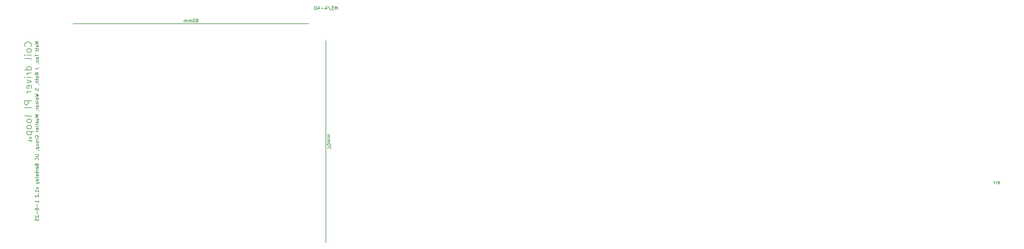
<source format=gbo>
G04 #@! TF.GenerationSoftware,KiCad,Pcbnew,8.0.7*
G04 #@! TF.CreationDate,2025-01-07T02:15:50-08:00*
G04 #@! TF.ProjectId,standalone_pi_loop,7374616e-6461-46c6-9f6e-655f70695f6c,rev?*
G04 #@! TF.SameCoordinates,Original*
G04 #@! TF.FileFunction,Legend,Bot*
G04 #@! TF.FilePolarity,Positive*
%FSLAX46Y46*%
G04 Gerber Fmt 4.6, Leading zero omitted, Abs format (unit mm)*
G04 Created by KiCad (PCBNEW 8.0.7) date 2025-01-07 02:15:50*
%MOMM*%
%LPD*%
G01*
G04 APERTURE LIST*
G04 Aperture macros list*
%AMRoundRect*
0 Rectangle with rounded corners*
0 $1 Rounding radius*
0 $2 $3 $4 $5 $6 $7 $8 $9 X,Y pos of 4 corners*
0 Add a 4 corners polygon primitive as box body*
4,1,4,$2,$3,$4,$5,$6,$7,$8,$9,$2,$3,0*
0 Add four circle primitives for the rounded corners*
1,1,$1+$1,$2,$3*
1,1,$1+$1,$4,$5*
1,1,$1+$1,$6,$7*
1,1,$1+$1,$8,$9*
0 Add four rect primitives between the rounded corners*
20,1,$1+$1,$2,$3,$4,$5,0*
20,1,$1+$1,$4,$5,$6,$7,0*
20,1,$1+$1,$6,$7,$8,$9,0*
20,1,$1+$1,$8,$9,$2,$3,0*%
G04 Aperture macros list end*
%ADD10C,0.150000*%
%ADD11C,1.600000*%
%ADD12R,1.500000X5.080000*%
%ADD13C,1.440000*%
%ADD14RoundRect,0.249999X-1.025001X-1.025001X1.025001X-1.025001X1.025001X1.025001X-1.025001X1.025001X0*%
%ADD15C,2.550000*%
%ADD16RoundRect,0.250000X0.265000X0.615000X-0.265000X0.615000X-0.265000X-0.615000X0.265000X-0.615000X0*%
%ADD17O,1.030000X1.730000*%
%ADD18O,1.600000X1.600000*%
%ADD19R,1.700000X1.700000*%
%ADD20O,1.700000X1.700000*%
%ADD21C,3.200000*%
%ADD22R,2.400000X1.600000*%
%ADD23O,2.400000X1.600000*%
G04 APERTURE END LIST*
D10*
X190000000Y-70000000D02*
X190000000Y-130000000D01*
X115000000Y-65000000D02*
X185000000Y-65000000D01*
X389048571Y-112482200D02*
X389143809Y-112529819D01*
X389143809Y-112529819D02*
X389334285Y-112529819D01*
X389334285Y-112529819D02*
X389429523Y-112482200D01*
X389429523Y-112482200D02*
X389477142Y-112386961D01*
X389477142Y-112386961D02*
X389477142Y-112006009D01*
X389477142Y-112006009D02*
X389429523Y-111910771D01*
X389429523Y-111910771D02*
X389334285Y-111863152D01*
X389334285Y-111863152D02*
X389143809Y-111863152D01*
X389143809Y-111863152D02*
X389048571Y-111910771D01*
X389048571Y-111910771D02*
X389000952Y-112006009D01*
X389000952Y-112006009D02*
X389000952Y-112101247D01*
X389000952Y-112101247D02*
X389477142Y-112196485D01*
X388572380Y-112529819D02*
X388572380Y-111863152D01*
X388572380Y-112053628D02*
X388524761Y-111958390D01*
X388524761Y-111958390D02*
X388477142Y-111910771D01*
X388477142Y-111910771D02*
X388381904Y-111863152D01*
X388381904Y-111863152D02*
X388286666Y-111863152D01*
X387953332Y-112529819D02*
X387953332Y-111863152D01*
X387953332Y-112053628D02*
X387905713Y-111958390D01*
X387905713Y-111958390D02*
X387858094Y-111910771D01*
X387858094Y-111910771D02*
X387762856Y-111863152D01*
X387762856Y-111863152D02*
X387667618Y-111863152D01*
X102203152Y-98641541D02*
X102869819Y-98879636D01*
X102869819Y-98879636D02*
X102203152Y-99117731D01*
X102869819Y-100022493D02*
X102869819Y-99451065D01*
X102869819Y-99736779D02*
X101869819Y-99736779D01*
X101869819Y-99736779D02*
X102012676Y-99641541D01*
X102012676Y-99641541D02*
X102107914Y-99546303D01*
X102107914Y-99546303D02*
X102155533Y-99451065D01*
X102556961Y-71717731D02*
X102652200Y-71622493D01*
X102652200Y-71622493D02*
X102747438Y-71336779D01*
X102747438Y-71336779D02*
X102747438Y-71146303D01*
X102747438Y-71146303D02*
X102652200Y-70860588D01*
X102652200Y-70860588D02*
X102461723Y-70670112D01*
X102461723Y-70670112D02*
X102271247Y-70574874D01*
X102271247Y-70574874D02*
X101890295Y-70479636D01*
X101890295Y-70479636D02*
X101604580Y-70479636D01*
X101604580Y-70479636D02*
X101223628Y-70574874D01*
X101223628Y-70574874D02*
X101033152Y-70670112D01*
X101033152Y-70670112D02*
X100842676Y-70860588D01*
X100842676Y-70860588D02*
X100747438Y-71146303D01*
X100747438Y-71146303D02*
X100747438Y-71336779D01*
X100747438Y-71336779D02*
X100842676Y-71622493D01*
X100842676Y-71622493D02*
X100937914Y-71717731D01*
X102747438Y-72860588D02*
X102652200Y-72670112D01*
X102652200Y-72670112D02*
X102556961Y-72574874D01*
X102556961Y-72574874D02*
X102366485Y-72479636D01*
X102366485Y-72479636D02*
X101795057Y-72479636D01*
X101795057Y-72479636D02*
X101604580Y-72574874D01*
X101604580Y-72574874D02*
X101509342Y-72670112D01*
X101509342Y-72670112D02*
X101414104Y-72860588D01*
X101414104Y-72860588D02*
X101414104Y-73146303D01*
X101414104Y-73146303D02*
X101509342Y-73336779D01*
X101509342Y-73336779D02*
X101604580Y-73432017D01*
X101604580Y-73432017D02*
X101795057Y-73527255D01*
X101795057Y-73527255D02*
X102366485Y-73527255D01*
X102366485Y-73527255D02*
X102556961Y-73432017D01*
X102556961Y-73432017D02*
X102652200Y-73336779D01*
X102652200Y-73336779D02*
X102747438Y-73146303D01*
X102747438Y-73146303D02*
X102747438Y-72860588D01*
X102747438Y-74384398D02*
X101414104Y-74384398D01*
X100747438Y-74384398D02*
X100842676Y-74289160D01*
X100842676Y-74289160D02*
X100937914Y-74384398D01*
X100937914Y-74384398D02*
X100842676Y-74479636D01*
X100842676Y-74479636D02*
X100747438Y-74384398D01*
X100747438Y-74384398D02*
X100937914Y-74384398D01*
X102747438Y-75622493D02*
X102652200Y-75432017D01*
X102652200Y-75432017D02*
X102461723Y-75336779D01*
X102461723Y-75336779D02*
X100747438Y-75336779D01*
X102747438Y-78765351D02*
X100747438Y-78765351D01*
X102652200Y-78765351D02*
X102747438Y-78574875D01*
X102747438Y-78574875D02*
X102747438Y-78193922D01*
X102747438Y-78193922D02*
X102652200Y-78003446D01*
X102652200Y-78003446D02*
X102556961Y-77908208D01*
X102556961Y-77908208D02*
X102366485Y-77812970D01*
X102366485Y-77812970D02*
X101795057Y-77812970D01*
X101795057Y-77812970D02*
X101604580Y-77908208D01*
X101604580Y-77908208D02*
X101509342Y-78003446D01*
X101509342Y-78003446D02*
X101414104Y-78193922D01*
X101414104Y-78193922D02*
X101414104Y-78574875D01*
X101414104Y-78574875D02*
X101509342Y-78765351D01*
X102747438Y-79717732D02*
X101414104Y-79717732D01*
X101795057Y-79717732D02*
X101604580Y-79812970D01*
X101604580Y-79812970D02*
X101509342Y-79908208D01*
X101509342Y-79908208D02*
X101414104Y-80098684D01*
X101414104Y-80098684D02*
X101414104Y-80289161D01*
X102747438Y-80955827D02*
X101414104Y-80955827D01*
X100747438Y-80955827D02*
X100842676Y-80860589D01*
X100842676Y-80860589D02*
X100937914Y-80955827D01*
X100937914Y-80955827D02*
X100842676Y-81051065D01*
X100842676Y-81051065D02*
X100747438Y-80955827D01*
X100747438Y-80955827D02*
X100937914Y-80955827D01*
X101414104Y-81717732D02*
X102747438Y-82193922D01*
X102747438Y-82193922D02*
X101414104Y-82670113D01*
X102652200Y-84193923D02*
X102747438Y-84003447D01*
X102747438Y-84003447D02*
X102747438Y-83622494D01*
X102747438Y-83622494D02*
X102652200Y-83432018D01*
X102652200Y-83432018D02*
X102461723Y-83336780D01*
X102461723Y-83336780D02*
X101699819Y-83336780D01*
X101699819Y-83336780D02*
X101509342Y-83432018D01*
X101509342Y-83432018D02*
X101414104Y-83622494D01*
X101414104Y-83622494D02*
X101414104Y-84003447D01*
X101414104Y-84003447D02*
X101509342Y-84193923D01*
X101509342Y-84193923D02*
X101699819Y-84289161D01*
X101699819Y-84289161D02*
X101890295Y-84289161D01*
X101890295Y-84289161D02*
X102080771Y-83336780D01*
X102747438Y-85146304D02*
X101414104Y-85146304D01*
X101795057Y-85146304D02*
X101604580Y-85241542D01*
X101604580Y-85241542D02*
X101509342Y-85336780D01*
X101509342Y-85336780D02*
X101414104Y-85527256D01*
X101414104Y-85527256D02*
X101414104Y-85717733D01*
X102747438Y-87908209D02*
X100747438Y-87908209D01*
X100747438Y-87908209D02*
X100747438Y-88670114D01*
X100747438Y-88670114D02*
X100842676Y-88860590D01*
X100842676Y-88860590D02*
X100937914Y-88955828D01*
X100937914Y-88955828D02*
X101128390Y-89051066D01*
X101128390Y-89051066D02*
X101414104Y-89051066D01*
X101414104Y-89051066D02*
X101604580Y-88955828D01*
X101604580Y-88955828D02*
X101699819Y-88860590D01*
X101699819Y-88860590D02*
X101795057Y-88670114D01*
X101795057Y-88670114D02*
X101795057Y-87908209D01*
X102747438Y-89908209D02*
X100747438Y-89908209D01*
X102747438Y-92670114D02*
X102652200Y-92479638D01*
X102652200Y-92479638D02*
X102461723Y-92384400D01*
X102461723Y-92384400D02*
X100747438Y-92384400D01*
X102747438Y-93717733D02*
X102652200Y-93527257D01*
X102652200Y-93527257D02*
X102556961Y-93432019D01*
X102556961Y-93432019D02*
X102366485Y-93336781D01*
X102366485Y-93336781D02*
X101795057Y-93336781D01*
X101795057Y-93336781D02*
X101604580Y-93432019D01*
X101604580Y-93432019D02*
X101509342Y-93527257D01*
X101509342Y-93527257D02*
X101414104Y-93717733D01*
X101414104Y-93717733D02*
X101414104Y-94003448D01*
X101414104Y-94003448D02*
X101509342Y-94193924D01*
X101509342Y-94193924D02*
X101604580Y-94289162D01*
X101604580Y-94289162D02*
X101795057Y-94384400D01*
X101795057Y-94384400D02*
X102366485Y-94384400D01*
X102366485Y-94384400D02*
X102556961Y-94289162D01*
X102556961Y-94289162D02*
X102652200Y-94193924D01*
X102652200Y-94193924D02*
X102747438Y-94003448D01*
X102747438Y-94003448D02*
X102747438Y-93717733D01*
X102747438Y-95527257D02*
X102652200Y-95336781D01*
X102652200Y-95336781D02*
X102556961Y-95241543D01*
X102556961Y-95241543D02*
X102366485Y-95146305D01*
X102366485Y-95146305D02*
X101795057Y-95146305D01*
X101795057Y-95146305D02*
X101604580Y-95241543D01*
X101604580Y-95241543D02*
X101509342Y-95336781D01*
X101509342Y-95336781D02*
X101414104Y-95527257D01*
X101414104Y-95527257D02*
X101414104Y-95812972D01*
X101414104Y-95812972D02*
X101509342Y-96003448D01*
X101509342Y-96003448D02*
X101604580Y-96098686D01*
X101604580Y-96098686D02*
X101795057Y-96193924D01*
X101795057Y-96193924D02*
X102366485Y-96193924D01*
X102366485Y-96193924D02*
X102556961Y-96098686D01*
X102556961Y-96098686D02*
X102652200Y-96003448D01*
X102652200Y-96003448D02*
X102747438Y-95812972D01*
X102747438Y-95812972D02*
X102747438Y-95527257D01*
X101414104Y-97051067D02*
X103414104Y-97051067D01*
X101509342Y-97051067D02*
X101414104Y-97241543D01*
X101414104Y-97241543D02*
X101414104Y-97622496D01*
X101414104Y-97622496D02*
X101509342Y-97812972D01*
X101509342Y-97812972D02*
X101604580Y-97908210D01*
X101604580Y-97908210D02*
X101795057Y-98003448D01*
X101795057Y-98003448D02*
X102366485Y-98003448D01*
X102366485Y-98003448D02*
X102556961Y-97908210D01*
X102556961Y-97908210D02*
X102652200Y-97812972D01*
X102652200Y-97812972D02*
X102747438Y-97622496D01*
X102747438Y-97622496D02*
X102747438Y-97241543D01*
X102747438Y-97241543D02*
X102652200Y-97051067D01*
X104869819Y-70336779D02*
X103869819Y-70336779D01*
X103869819Y-70336779D02*
X104584104Y-70670112D01*
X104584104Y-70670112D02*
X103869819Y-71003445D01*
X103869819Y-71003445D02*
X104869819Y-71003445D01*
X104869819Y-71908207D02*
X104346009Y-71908207D01*
X104346009Y-71908207D02*
X104250771Y-71860588D01*
X104250771Y-71860588D02*
X104203152Y-71765350D01*
X104203152Y-71765350D02*
X104203152Y-71574874D01*
X104203152Y-71574874D02*
X104250771Y-71479636D01*
X104822200Y-71908207D02*
X104869819Y-71812969D01*
X104869819Y-71812969D02*
X104869819Y-71574874D01*
X104869819Y-71574874D02*
X104822200Y-71479636D01*
X104822200Y-71479636D02*
X104726961Y-71432017D01*
X104726961Y-71432017D02*
X104631723Y-71432017D01*
X104631723Y-71432017D02*
X104536485Y-71479636D01*
X104536485Y-71479636D02*
X104488866Y-71574874D01*
X104488866Y-71574874D02*
X104488866Y-71812969D01*
X104488866Y-71812969D02*
X104441247Y-71908207D01*
X104203152Y-72241541D02*
X104203152Y-72622493D01*
X103869819Y-72384398D02*
X104726961Y-72384398D01*
X104726961Y-72384398D02*
X104822200Y-72432017D01*
X104822200Y-72432017D02*
X104869819Y-72527255D01*
X104869819Y-72527255D02*
X104869819Y-72622493D01*
X104203152Y-72812970D02*
X104203152Y-73193922D01*
X103869819Y-72955827D02*
X104726961Y-72955827D01*
X104726961Y-72955827D02*
X104822200Y-73003446D01*
X104822200Y-73003446D02*
X104869819Y-73098684D01*
X104869819Y-73098684D02*
X104869819Y-73193922D01*
X103869819Y-74146304D02*
X103869819Y-74717732D01*
X104869819Y-74432018D02*
X103869819Y-74432018D01*
X104869819Y-75479637D02*
X104346009Y-75479637D01*
X104346009Y-75479637D02*
X104250771Y-75432018D01*
X104250771Y-75432018D02*
X104203152Y-75336780D01*
X104203152Y-75336780D02*
X104203152Y-75146304D01*
X104203152Y-75146304D02*
X104250771Y-75051066D01*
X104822200Y-75479637D02*
X104869819Y-75384399D01*
X104869819Y-75384399D02*
X104869819Y-75146304D01*
X104869819Y-75146304D02*
X104822200Y-75051066D01*
X104822200Y-75051066D02*
X104726961Y-75003447D01*
X104726961Y-75003447D02*
X104631723Y-75003447D01*
X104631723Y-75003447D02*
X104536485Y-75051066D01*
X104536485Y-75051066D02*
X104488866Y-75146304D01*
X104488866Y-75146304D02*
X104488866Y-75384399D01*
X104488866Y-75384399D02*
X104441247Y-75479637D01*
X104869819Y-76098685D02*
X104822200Y-76003447D01*
X104822200Y-76003447D02*
X104774580Y-75955828D01*
X104774580Y-75955828D02*
X104679342Y-75908209D01*
X104679342Y-75908209D02*
X104393628Y-75908209D01*
X104393628Y-75908209D02*
X104298390Y-75955828D01*
X104298390Y-75955828D02*
X104250771Y-76003447D01*
X104250771Y-76003447D02*
X104203152Y-76098685D01*
X104203152Y-76098685D02*
X104203152Y-76241542D01*
X104203152Y-76241542D02*
X104250771Y-76336780D01*
X104250771Y-76336780D02*
X104298390Y-76384399D01*
X104298390Y-76384399D02*
X104393628Y-76432018D01*
X104393628Y-76432018D02*
X104679342Y-76432018D01*
X104679342Y-76432018D02*
X104774580Y-76384399D01*
X104774580Y-76384399D02*
X104822200Y-76336780D01*
X104822200Y-76336780D02*
X104869819Y-76241542D01*
X104869819Y-76241542D02*
X104869819Y-76098685D01*
X104822200Y-76908209D02*
X104869819Y-76908209D01*
X104869819Y-76908209D02*
X104965057Y-76860590D01*
X104965057Y-76860590D02*
X105012676Y-76812971D01*
X103869819Y-78384399D02*
X104584104Y-78384399D01*
X104584104Y-78384399D02*
X104726961Y-78336780D01*
X104726961Y-78336780D02*
X104822200Y-78241542D01*
X104822200Y-78241542D02*
X104869819Y-78098685D01*
X104869819Y-78098685D02*
X104869819Y-78003447D01*
X104869819Y-80193923D02*
X104393628Y-79860590D01*
X104869819Y-79622495D02*
X103869819Y-79622495D01*
X103869819Y-79622495D02*
X103869819Y-80003447D01*
X103869819Y-80003447D02*
X103917438Y-80098685D01*
X103917438Y-80098685D02*
X103965057Y-80146304D01*
X103965057Y-80146304D02*
X104060295Y-80193923D01*
X104060295Y-80193923D02*
X104203152Y-80193923D01*
X104203152Y-80193923D02*
X104298390Y-80146304D01*
X104298390Y-80146304D02*
X104346009Y-80098685D01*
X104346009Y-80098685D02*
X104393628Y-80003447D01*
X104393628Y-80003447D02*
X104393628Y-79622495D01*
X104869819Y-80765352D02*
X104822200Y-80670114D01*
X104822200Y-80670114D02*
X104774580Y-80622495D01*
X104774580Y-80622495D02*
X104679342Y-80574876D01*
X104679342Y-80574876D02*
X104393628Y-80574876D01*
X104393628Y-80574876D02*
X104298390Y-80622495D01*
X104298390Y-80622495D02*
X104250771Y-80670114D01*
X104250771Y-80670114D02*
X104203152Y-80765352D01*
X104203152Y-80765352D02*
X104203152Y-80908209D01*
X104203152Y-80908209D02*
X104250771Y-81003447D01*
X104250771Y-81003447D02*
X104298390Y-81051066D01*
X104298390Y-81051066D02*
X104393628Y-81098685D01*
X104393628Y-81098685D02*
X104679342Y-81098685D01*
X104679342Y-81098685D02*
X104774580Y-81051066D01*
X104774580Y-81051066D02*
X104822200Y-81003447D01*
X104822200Y-81003447D02*
X104869819Y-80908209D01*
X104869819Y-80908209D02*
X104869819Y-80765352D01*
X104203152Y-81384400D02*
X104203152Y-81765352D01*
X103869819Y-81527257D02*
X104726961Y-81527257D01*
X104726961Y-81527257D02*
X104822200Y-81574876D01*
X104822200Y-81574876D02*
X104869819Y-81670114D01*
X104869819Y-81670114D02*
X104869819Y-81765352D01*
X104869819Y-82098686D02*
X103869819Y-82098686D01*
X104869819Y-82527257D02*
X104346009Y-82527257D01*
X104346009Y-82527257D02*
X104250771Y-82479638D01*
X104250771Y-82479638D02*
X104203152Y-82384400D01*
X104203152Y-82384400D02*
X104203152Y-82241543D01*
X104203152Y-82241543D02*
X104250771Y-82146305D01*
X104250771Y-82146305D02*
X104298390Y-82098686D01*
X104822200Y-83051067D02*
X104869819Y-83051067D01*
X104869819Y-83051067D02*
X104965057Y-83003448D01*
X104965057Y-83003448D02*
X105012676Y-82955829D01*
X104822200Y-84193924D02*
X104869819Y-84336781D01*
X104869819Y-84336781D02*
X104869819Y-84574876D01*
X104869819Y-84574876D02*
X104822200Y-84670114D01*
X104822200Y-84670114D02*
X104774580Y-84717733D01*
X104774580Y-84717733D02*
X104679342Y-84765352D01*
X104679342Y-84765352D02*
X104584104Y-84765352D01*
X104584104Y-84765352D02*
X104488866Y-84717733D01*
X104488866Y-84717733D02*
X104441247Y-84670114D01*
X104441247Y-84670114D02*
X104393628Y-84574876D01*
X104393628Y-84574876D02*
X104346009Y-84384400D01*
X104346009Y-84384400D02*
X104298390Y-84289162D01*
X104298390Y-84289162D02*
X104250771Y-84241543D01*
X104250771Y-84241543D02*
X104155533Y-84193924D01*
X104155533Y-84193924D02*
X104060295Y-84193924D01*
X104060295Y-84193924D02*
X103965057Y-84241543D01*
X103965057Y-84241543D02*
X103917438Y-84289162D01*
X103917438Y-84289162D02*
X103869819Y-84384400D01*
X103869819Y-84384400D02*
X103869819Y-84622495D01*
X103869819Y-84622495D02*
X103917438Y-84765352D01*
X103869819Y-85860591D02*
X104869819Y-86098686D01*
X104869819Y-86098686D02*
X104155533Y-86289162D01*
X104155533Y-86289162D02*
X104869819Y-86479638D01*
X104869819Y-86479638D02*
X103869819Y-86717734D01*
X104822200Y-87479638D02*
X104869819Y-87384400D01*
X104869819Y-87384400D02*
X104869819Y-87193924D01*
X104869819Y-87193924D02*
X104822200Y-87098686D01*
X104822200Y-87098686D02*
X104726961Y-87051067D01*
X104726961Y-87051067D02*
X104346009Y-87051067D01*
X104346009Y-87051067D02*
X104250771Y-87098686D01*
X104250771Y-87098686D02*
X104203152Y-87193924D01*
X104203152Y-87193924D02*
X104203152Y-87384400D01*
X104203152Y-87384400D02*
X104250771Y-87479638D01*
X104250771Y-87479638D02*
X104346009Y-87527257D01*
X104346009Y-87527257D02*
X104441247Y-87527257D01*
X104441247Y-87527257D02*
X104536485Y-87051067D01*
X104869819Y-87955829D02*
X104203152Y-87955829D01*
X103869819Y-87955829D02*
X103917438Y-87908210D01*
X103917438Y-87908210D02*
X103965057Y-87955829D01*
X103965057Y-87955829D02*
X103917438Y-88003448D01*
X103917438Y-88003448D02*
X103869819Y-87955829D01*
X103869819Y-87955829D02*
X103965057Y-87955829D01*
X104203152Y-88432019D02*
X104869819Y-88432019D01*
X104298390Y-88432019D02*
X104250771Y-88479638D01*
X104250771Y-88479638D02*
X104203152Y-88574876D01*
X104203152Y-88574876D02*
X104203152Y-88717733D01*
X104203152Y-88717733D02*
X104250771Y-88812971D01*
X104250771Y-88812971D02*
X104346009Y-88860590D01*
X104346009Y-88860590D02*
X104869819Y-88860590D01*
X104822200Y-89717733D02*
X104869819Y-89622495D01*
X104869819Y-89622495D02*
X104869819Y-89432019D01*
X104869819Y-89432019D02*
X104822200Y-89336781D01*
X104822200Y-89336781D02*
X104726961Y-89289162D01*
X104726961Y-89289162D02*
X104346009Y-89289162D01*
X104346009Y-89289162D02*
X104250771Y-89336781D01*
X104250771Y-89336781D02*
X104203152Y-89432019D01*
X104203152Y-89432019D02*
X104203152Y-89622495D01*
X104203152Y-89622495D02*
X104250771Y-89717733D01*
X104250771Y-89717733D02*
X104346009Y-89765352D01*
X104346009Y-89765352D02*
X104441247Y-89765352D01*
X104441247Y-89765352D02*
X104536485Y-89289162D01*
X104869819Y-90193924D02*
X104203152Y-90193924D01*
X104393628Y-90193924D02*
X104298390Y-90241543D01*
X104298390Y-90241543D02*
X104250771Y-90289162D01*
X104250771Y-90289162D02*
X104203152Y-90384400D01*
X104203152Y-90384400D02*
X104203152Y-90479638D01*
X104822200Y-90860591D02*
X104869819Y-90860591D01*
X104869819Y-90860591D02*
X104965057Y-90812972D01*
X104965057Y-90812972D02*
X105012676Y-90765353D01*
X104869819Y-92051067D02*
X103869819Y-92051067D01*
X103869819Y-92051067D02*
X104584104Y-92384400D01*
X104584104Y-92384400D02*
X103869819Y-92717733D01*
X103869819Y-92717733D02*
X104869819Y-92717733D01*
X104203152Y-93622495D02*
X104869819Y-93622495D01*
X104203152Y-93193924D02*
X104726961Y-93193924D01*
X104726961Y-93193924D02*
X104822200Y-93241543D01*
X104822200Y-93241543D02*
X104869819Y-93336781D01*
X104869819Y-93336781D02*
X104869819Y-93479638D01*
X104869819Y-93479638D02*
X104822200Y-93574876D01*
X104822200Y-93574876D02*
X104774580Y-93622495D01*
X104822200Y-94479638D02*
X104869819Y-94384400D01*
X104869819Y-94384400D02*
X104869819Y-94193924D01*
X104869819Y-94193924D02*
X104822200Y-94098686D01*
X104822200Y-94098686D02*
X104726961Y-94051067D01*
X104726961Y-94051067D02*
X104346009Y-94051067D01*
X104346009Y-94051067D02*
X104250771Y-94098686D01*
X104250771Y-94098686D02*
X104203152Y-94193924D01*
X104203152Y-94193924D02*
X104203152Y-94384400D01*
X104203152Y-94384400D02*
X104250771Y-94479638D01*
X104250771Y-94479638D02*
X104346009Y-94527257D01*
X104346009Y-94527257D02*
X104441247Y-94527257D01*
X104441247Y-94527257D02*
X104536485Y-94051067D01*
X104869819Y-95098686D02*
X104822200Y-95003448D01*
X104822200Y-95003448D02*
X104726961Y-94955829D01*
X104726961Y-94955829D02*
X103869819Y-94955829D01*
X104869819Y-95622496D02*
X104822200Y-95527258D01*
X104822200Y-95527258D02*
X104726961Y-95479639D01*
X104726961Y-95479639D02*
X103869819Y-95479639D01*
X104822200Y-96384401D02*
X104869819Y-96289163D01*
X104869819Y-96289163D02*
X104869819Y-96098687D01*
X104869819Y-96098687D02*
X104822200Y-96003449D01*
X104822200Y-96003449D02*
X104726961Y-95955830D01*
X104726961Y-95955830D02*
X104346009Y-95955830D01*
X104346009Y-95955830D02*
X104250771Y-96003449D01*
X104250771Y-96003449D02*
X104203152Y-96098687D01*
X104203152Y-96098687D02*
X104203152Y-96289163D01*
X104203152Y-96289163D02*
X104250771Y-96384401D01*
X104250771Y-96384401D02*
X104346009Y-96432020D01*
X104346009Y-96432020D02*
X104441247Y-96432020D01*
X104441247Y-96432020D02*
X104536485Y-95955830D01*
X104869819Y-96860592D02*
X104203152Y-96860592D01*
X104393628Y-96860592D02*
X104298390Y-96908211D01*
X104298390Y-96908211D02*
X104250771Y-96955830D01*
X104250771Y-96955830D02*
X104203152Y-97051068D01*
X104203152Y-97051068D02*
X104203152Y-97146306D01*
X103917438Y-98765354D02*
X103869819Y-98670116D01*
X103869819Y-98670116D02*
X103869819Y-98527259D01*
X103869819Y-98527259D02*
X103917438Y-98384402D01*
X103917438Y-98384402D02*
X104012676Y-98289164D01*
X104012676Y-98289164D02*
X104107914Y-98241545D01*
X104107914Y-98241545D02*
X104298390Y-98193926D01*
X104298390Y-98193926D02*
X104441247Y-98193926D01*
X104441247Y-98193926D02*
X104631723Y-98241545D01*
X104631723Y-98241545D02*
X104726961Y-98289164D01*
X104726961Y-98289164D02*
X104822200Y-98384402D01*
X104822200Y-98384402D02*
X104869819Y-98527259D01*
X104869819Y-98527259D02*
X104869819Y-98622497D01*
X104869819Y-98622497D02*
X104822200Y-98765354D01*
X104822200Y-98765354D02*
X104774580Y-98812973D01*
X104774580Y-98812973D02*
X104441247Y-98812973D01*
X104441247Y-98812973D02*
X104441247Y-98622497D01*
X104869819Y-99241545D02*
X104203152Y-99241545D01*
X104393628Y-99241545D02*
X104298390Y-99289164D01*
X104298390Y-99289164D02*
X104250771Y-99336783D01*
X104250771Y-99336783D02*
X104203152Y-99432021D01*
X104203152Y-99432021D02*
X104203152Y-99527259D01*
X104869819Y-100003450D02*
X104822200Y-99908212D01*
X104822200Y-99908212D02*
X104774580Y-99860593D01*
X104774580Y-99860593D02*
X104679342Y-99812974D01*
X104679342Y-99812974D02*
X104393628Y-99812974D01*
X104393628Y-99812974D02*
X104298390Y-99860593D01*
X104298390Y-99860593D02*
X104250771Y-99908212D01*
X104250771Y-99908212D02*
X104203152Y-100003450D01*
X104203152Y-100003450D02*
X104203152Y-100146307D01*
X104203152Y-100146307D02*
X104250771Y-100241545D01*
X104250771Y-100241545D02*
X104298390Y-100289164D01*
X104298390Y-100289164D02*
X104393628Y-100336783D01*
X104393628Y-100336783D02*
X104679342Y-100336783D01*
X104679342Y-100336783D02*
X104774580Y-100289164D01*
X104774580Y-100289164D02*
X104822200Y-100241545D01*
X104822200Y-100241545D02*
X104869819Y-100146307D01*
X104869819Y-100146307D02*
X104869819Y-100003450D01*
X104203152Y-101193926D02*
X104869819Y-101193926D01*
X104203152Y-100765355D02*
X104726961Y-100765355D01*
X104726961Y-100765355D02*
X104822200Y-100812974D01*
X104822200Y-100812974D02*
X104869819Y-100908212D01*
X104869819Y-100908212D02*
X104869819Y-101051069D01*
X104869819Y-101051069D02*
X104822200Y-101146307D01*
X104822200Y-101146307D02*
X104774580Y-101193926D01*
X104203152Y-101670117D02*
X105203152Y-101670117D01*
X104250771Y-101670117D02*
X104203152Y-101765355D01*
X104203152Y-101765355D02*
X104203152Y-101955831D01*
X104203152Y-101955831D02*
X104250771Y-102051069D01*
X104250771Y-102051069D02*
X104298390Y-102098688D01*
X104298390Y-102098688D02*
X104393628Y-102146307D01*
X104393628Y-102146307D02*
X104679342Y-102146307D01*
X104679342Y-102146307D02*
X104774580Y-102098688D01*
X104774580Y-102098688D02*
X104822200Y-102051069D01*
X104822200Y-102051069D02*
X104869819Y-101955831D01*
X104869819Y-101955831D02*
X104869819Y-101765355D01*
X104869819Y-101765355D02*
X104822200Y-101670117D01*
X104822200Y-102622498D02*
X104869819Y-102622498D01*
X104869819Y-102622498D02*
X104965057Y-102574879D01*
X104965057Y-102574879D02*
X105012676Y-102527260D01*
X103869819Y-103812974D02*
X104679342Y-103812974D01*
X104679342Y-103812974D02*
X104774580Y-103860593D01*
X104774580Y-103860593D02*
X104822200Y-103908212D01*
X104822200Y-103908212D02*
X104869819Y-104003450D01*
X104869819Y-104003450D02*
X104869819Y-104193926D01*
X104869819Y-104193926D02*
X104822200Y-104289164D01*
X104822200Y-104289164D02*
X104774580Y-104336783D01*
X104774580Y-104336783D02*
X104679342Y-104384402D01*
X104679342Y-104384402D02*
X103869819Y-104384402D01*
X104774580Y-105432021D02*
X104822200Y-105384402D01*
X104822200Y-105384402D02*
X104869819Y-105241545D01*
X104869819Y-105241545D02*
X104869819Y-105146307D01*
X104869819Y-105146307D02*
X104822200Y-105003450D01*
X104822200Y-105003450D02*
X104726961Y-104908212D01*
X104726961Y-104908212D02*
X104631723Y-104860593D01*
X104631723Y-104860593D02*
X104441247Y-104812974D01*
X104441247Y-104812974D02*
X104298390Y-104812974D01*
X104298390Y-104812974D02*
X104107914Y-104860593D01*
X104107914Y-104860593D02*
X104012676Y-104908212D01*
X104012676Y-104908212D02*
X103917438Y-105003450D01*
X103917438Y-105003450D02*
X103869819Y-105146307D01*
X103869819Y-105146307D02*
X103869819Y-105241545D01*
X103869819Y-105241545D02*
X103917438Y-105384402D01*
X103917438Y-105384402D02*
X103965057Y-105432021D01*
X104346009Y-106955831D02*
X104393628Y-107098688D01*
X104393628Y-107098688D02*
X104441247Y-107146307D01*
X104441247Y-107146307D02*
X104536485Y-107193926D01*
X104536485Y-107193926D02*
X104679342Y-107193926D01*
X104679342Y-107193926D02*
X104774580Y-107146307D01*
X104774580Y-107146307D02*
X104822200Y-107098688D01*
X104822200Y-107098688D02*
X104869819Y-107003450D01*
X104869819Y-107003450D02*
X104869819Y-106622498D01*
X104869819Y-106622498D02*
X103869819Y-106622498D01*
X103869819Y-106622498D02*
X103869819Y-106955831D01*
X103869819Y-106955831D02*
X103917438Y-107051069D01*
X103917438Y-107051069D02*
X103965057Y-107098688D01*
X103965057Y-107098688D02*
X104060295Y-107146307D01*
X104060295Y-107146307D02*
X104155533Y-107146307D01*
X104155533Y-107146307D02*
X104250771Y-107098688D01*
X104250771Y-107098688D02*
X104298390Y-107051069D01*
X104298390Y-107051069D02*
X104346009Y-106955831D01*
X104346009Y-106955831D02*
X104346009Y-106622498D01*
X104822200Y-108003450D02*
X104869819Y-107908212D01*
X104869819Y-107908212D02*
X104869819Y-107717736D01*
X104869819Y-107717736D02*
X104822200Y-107622498D01*
X104822200Y-107622498D02*
X104726961Y-107574879D01*
X104726961Y-107574879D02*
X104346009Y-107574879D01*
X104346009Y-107574879D02*
X104250771Y-107622498D01*
X104250771Y-107622498D02*
X104203152Y-107717736D01*
X104203152Y-107717736D02*
X104203152Y-107908212D01*
X104203152Y-107908212D02*
X104250771Y-108003450D01*
X104250771Y-108003450D02*
X104346009Y-108051069D01*
X104346009Y-108051069D02*
X104441247Y-108051069D01*
X104441247Y-108051069D02*
X104536485Y-107574879D01*
X104869819Y-108479641D02*
X104203152Y-108479641D01*
X104393628Y-108479641D02*
X104298390Y-108527260D01*
X104298390Y-108527260D02*
X104250771Y-108574879D01*
X104250771Y-108574879D02*
X104203152Y-108670117D01*
X104203152Y-108670117D02*
X104203152Y-108765355D01*
X104869819Y-109098689D02*
X103869819Y-109098689D01*
X104488866Y-109193927D02*
X104869819Y-109479641D01*
X104203152Y-109479641D02*
X104584104Y-109098689D01*
X104822200Y-110289165D02*
X104869819Y-110193927D01*
X104869819Y-110193927D02*
X104869819Y-110003451D01*
X104869819Y-110003451D02*
X104822200Y-109908213D01*
X104822200Y-109908213D02*
X104726961Y-109860594D01*
X104726961Y-109860594D02*
X104346009Y-109860594D01*
X104346009Y-109860594D02*
X104250771Y-109908213D01*
X104250771Y-109908213D02*
X104203152Y-110003451D01*
X104203152Y-110003451D02*
X104203152Y-110193927D01*
X104203152Y-110193927D02*
X104250771Y-110289165D01*
X104250771Y-110289165D02*
X104346009Y-110336784D01*
X104346009Y-110336784D02*
X104441247Y-110336784D01*
X104441247Y-110336784D02*
X104536485Y-109860594D01*
X104869819Y-110908213D02*
X104822200Y-110812975D01*
X104822200Y-110812975D02*
X104726961Y-110765356D01*
X104726961Y-110765356D02*
X103869819Y-110765356D01*
X104822200Y-111670118D02*
X104869819Y-111574880D01*
X104869819Y-111574880D02*
X104869819Y-111384404D01*
X104869819Y-111384404D02*
X104822200Y-111289166D01*
X104822200Y-111289166D02*
X104726961Y-111241547D01*
X104726961Y-111241547D02*
X104346009Y-111241547D01*
X104346009Y-111241547D02*
X104250771Y-111289166D01*
X104250771Y-111289166D02*
X104203152Y-111384404D01*
X104203152Y-111384404D02*
X104203152Y-111574880D01*
X104203152Y-111574880D02*
X104250771Y-111670118D01*
X104250771Y-111670118D02*
X104346009Y-111717737D01*
X104346009Y-111717737D02*
X104441247Y-111717737D01*
X104441247Y-111717737D02*
X104536485Y-111241547D01*
X104203152Y-112051071D02*
X104869819Y-112289166D01*
X104203152Y-112527261D02*
X104869819Y-112289166D01*
X104869819Y-112289166D02*
X105107914Y-112193928D01*
X105107914Y-112193928D02*
X105155533Y-112146309D01*
X105155533Y-112146309D02*
X105203152Y-112051071D01*
X104203152Y-113574881D02*
X104869819Y-113812976D01*
X104869819Y-113812976D02*
X104203152Y-114051071D01*
X104869819Y-114955833D02*
X104869819Y-114384405D01*
X104869819Y-114670119D02*
X103869819Y-114670119D01*
X103869819Y-114670119D02*
X104012676Y-114574881D01*
X104012676Y-114574881D02*
X104107914Y-114479643D01*
X104107914Y-114479643D02*
X104155533Y-114384405D01*
X104774580Y-115384405D02*
X104822200Y-115432024D01*
X104822200Y-115432024D02*
X104869819Y-115384405D01*
X104869819Y-115384405D02*
X104822200Y-115336786D01*
X104822200Y-115336786D02*
X104774580Y-115384405D01*
X104774580Y-115384405D02*
X104869819Y-115384405D01*
X103965057Y-115812976D02*
X103917438Y-115860595D01*
X103917438Y-115860595D02*
X103869819Y-115955833D01*
X103869819Y-115955833D02*
X103869819Y-116193928D01*
X103869819Y-116193928D02*
X103917438Y-116289166D01*
X103917438Y-116289166D02*
X103965057Y-116336785D01*
X103965057Y-116336785D02*
X104060295Y-116384404D01*
X104060295Y-116384404D02*
X104155533Y-116384404D01*
X104155533Y-116384404D02*
X104298390Y-116336785D01*
X104298390Y-116336785D02*
X104869819Y-115765357D01*
X104869819Y-115765357D02*
X104869819Y-116384404D01*
X104869819Y-118098690D02*
X104869819Y-117527262D01*
X104869819Y-117812976D02*
X103869819Y-117812976D01*
X103869819Y-117812976D02*
X104012676Y-117717738D01*
X104012676Y-117717738D02*
X104107914Y-117622500D01*
X104107914Y-117622500D02*
X104155533Y-117527262D01*
X104488866Y-118527262D02*
X104488866Y-119289167D01*
X103869819Y-120193928D02*
X103869819Y-120003452D01*
X103869819Y-120003452D02*
X103917438Y-119908214D01*
X103917438Y-119908214D02*
X103965057Y-119860595D01*
X103965057Y-119860595D02*
X104107914Y-119765357D01*
X104107914Y-119765357D02*
X104298390Y-119717738D01*
X104298390Y-119717738D02*
X104679342Y-119717738D01*
X104679342Y-119717738D02*
X104774580Y-119765357D01*
X104774580Y-119765357D02*
X104822200Y-119812976D01*
X104822200Y-119812976D02*
X104869819Y-119908214D01*
X104869819Y-119908214D02*
X104869819Y-120098690D01*
X104869819Y-120098690D02*
X104822200Y-120193928D01*
X104822200Y-120193928D02*
X104774580Y-120241547D01*
X104774580Y-120241547D02*
X104679342Y-120289166D01*
X104679342Y-120289166D02*
X104441247Y-120289166D01*
X104441247Y-120289166D02*
X104346009Y-120241547D01*
X104346009Y-120241547D02*
X104298390Y-120193928D01*
X104298390Y-120193928D02*
X104250771Y-120098690D01*
X104250771Y-120098690D02*
X104250771Y-119908214D01*
X104250771Y-119908214D02*
X104298390Y-119812976D01*
X104298390Y-119812976D02*
X104346009Y-119765357D01*
X104346009Y-119765357D02*
X104441247Y-119717738D01*
X104488866Y-120717738D02*
X104488866Y-121479643D01*
X103965057Y-121908214D02*
X103917438Y-121955833D01*
X103917438Y-121955833D02*
X103869819Y-122051071D01*
X103869819Y-122051071D02*
X103869819Y-122289166D01*
X103869819Y-122289166D02*
X103917438Y-122384404D01*
X103917438Y-122384404D02*
X103965057Y-122432023D01*
X103965057Y-122432023D02*
X104060295Y-122479642D01*
X104060295Y-122479642D02*
X104155533Y-122479642D01*
X104155533Y-122479642D02*
X104298390Y-122432023D01*
X104298390Y-122432023D02*
X104869819Y-121860595D01*
X104869819Y-121860595D02*
X104869819Y-122479642D01*
X103869819Y-123384404D02*
X103869819Y-122908214D01*
X103869819Y-122908214D02*
X104346009Y-122860595D01*
X104346009Y-122860595D02*
X104298390Y-122908214D01*
X104298390Y-122908214D02*
X104250771Y-123003452D01*
X104250771Y-123003452D02*
X104250771Y-123241547D01*
X104250771Y-123241547D02*
X104298390Y-123336785D01*
X104298390Y-123336785D02*
X104346009Y-123384404D01*
X104346009Y-123384404D02*
X104441247Y-123432023D01*
X104441247Y-123432023D02*
X104679342Y-123432023D01*
X104679342Y-123432023D02*
X104774580Y-123384404D01*
X104774580Y-123384404D02*
X104822200Y-123336785D01*
X104822200Y-123336785D02*
X104869819Y-123241547D01*
X104869819Y-123241547D02*
X104869819Y-123003452D01*
X104869819Y-123003452D02*
X104822200Y-122908214D01*
X104822200Y-122908214D02*
X104774580Y-122860595D01*
X193380951Y-60869819D02*
X193380951Y-59869819D01*
X193380951Y-59869819D02*
X193047618Y-60584104D01*
X193047618Y-60584104D02*
X192714285Y-59869819D01*
X192714285Y-59869819D02*
X192714285Y-60869819D01*
X192333332Y-59869819D02*
X191714285Y-59869819D01*
X191714285Y-59869819D02*
X192047618Y-60250771D01*
X192047618Y-60250771D02*
X191904761Y-60250771D01*
X191904761Y-60250771D02*
X191809523Y-60298390D01*
X191809523Y-60298390D02*
X191761904Y-60346009D01*
X191761904Y-60346009D02*
X191714285Y-60441247D01*
X191714285Y-60441247D02*
X191714285Y-60679342D01*
X191714285Y-60679342D02*
X191761904Y-60774580D01*
X191761904Y-60774580D02*
X191809523Y-60822200D01*
X191809523Y-60822200D02*
X191904761Y-60869819D01*
X191904761Y-60869819D02*
X192190475Y-60869819D01*
X192190475Y-60869819D02*
X192285713Y-60822200D01*
X192285713Y-60822200D02*
X192333332Y-60774580D01*
X190571428Y-59822200D02*
X191428570Y-61107914D01*
X189809523Y-60203152D02*
X189809523Y-60869819D01*
X190047618Y-59822200D02*
X190285713Y-60536485D01*
X190285713Y-60536485D02*
X189666666Y-60536485D01*
X189285713Y-60488866D02*
X188523809Y-60488866D01*
X187619047Y-60203152D02*
X187619047Y-60869819D01*
X187857142Y-59822200D02*
X188095237Y-60536485D01*
X188095237Y-60536485D02*
X187476190Y-60536485D01*
X186904761Y-59869819D02*
X186809523Y-59869819D01*
X186809523Y-59869819D02*
X186714285Y-59917438D01*
X186714285Y-59917438D02*
X186666666Y-59965057D01*
X186666666Y-59965057D02*
X186619047Y-60060295D01*
X186619047Y-60060295D02*
X186571428Y-60250771D01*
X186571428Y-60250771D02*
X186571428Y-60488866D01*
X186571428Y-60488866D02*
X186619047Y-60679342D01*
X186619047Y-60679342D02*
X186666666Y-60774580D01*
X186666666Y-60774580D02*
X186714285Y-60822200D01*
X186714285Y-60822200D02*
X186809523Y-60869819D01*
X186809523Y-60869819D02*
X186904761Y-60869819D01*
X186904761Y-60869819D02*
X186999999Y-60822200D01*
X186999999Y-60822200D02*
X187047618Y-60774580D01*
X187047618Y-60774580D02*
X187095237Y-60679342D01*
X187095237Y-60679342D02*
X187142856Y-60488866D01*
X187142856Y-60488866D02*
X187142856Y-60250771D01*
X187142856Y-60250771D02*
X187095237Y-60060295D01*
X187095237Y-60060295D02*
X187047618Y-59965057D01*
X187047618Y-59965057D02*
X186999999Y-59917438D01*
X186999999Y-59917438D02*
X186904761Y-59869819D01*
X191380180Y-102142856D02*
X191380180Y-101476190D01*
X191380180Y-101476190D02*
X190380180Y-101904761D01*
X191380180Y-100904761D02*
X191380180Y-100809523D01*
X191380180Y-100809523D02*
X191332561Y-100714285D01*
X191332561Y-100714285D02*
X191284942Y-100666666D01*
X191284942Y-100666666D02*
X191189704Y-100619047D01*
X191189704Y-100619047D02*
X190999228Y-100571428D01*
X190999228Y-100571428D02*
X190761133Y-100571428D01*
X190761133Y-100571428D02*
X190570657Y-100619047D01*
X190570657Y-100619047D02*
X190475419Y-100666666D01*
X190475419Y-100666666D02*
X190427800Y-100714285D01*
X190427800Y-100714285D02*
X190380180Y-100809523D01*
X190380180Y-100809523D02*
X190380180Y-100904761D01*
X190380180Y-100904761D02*
X190427800Y-100999999D01*
X190427800Y-100999999D02*
X190475419Y-101047618D01*
X190475419Y-101047618D02*
X190570657Y-101095237D01*
X190570657Y-101095237D02*
X190761133Y-101142856D01*
X190761133Y-101142856D02*
X190999228Y-101142856D01*
X190999228Y-101142856D02*
X191189704Y-101095237D01*
X191189704Y-101095237D02*
X191284942Y-101047618D01*
X191284942Y-101047618D02*
X191332561Y-100999999D01*
X191332561Y-100999999D02*
X191380180Y-100904761D01*
X190380180Y-100142856D02*
X191046847Y-100142856D01*
X190951609Y-100142856D02*
X190999228Y-100095237D01*
X190999228Y-100095237D02*
X191046847Y-99999999D01*
X191046847Y-99999999D02*
X191046847Y-99857142D01*
X191046847Y-99857142D02*
X190999228Y-99761904D01*
X190999228Y-99761904D02*
X190903990Y-99714285D01*
X190903990Y-99714285D02*
X190380180Y-99714285D01*
X190903990Y-99714285D02*
X190999228Y-99666666D01*
X190999228Y-99666666D02*
X191046847Y-99571428D01*
X191046847Y-99571428D02*
X191046847Y-99428571D01*
X191046847Y-99428571D02*
X190999228Y-99333332D01*
X190999228Y-99333332D02*
X190903990Y-99285713D01*
X190903990Y-99285713D02*
X190380180Y-99285713D01*
X190380180Y-98809523D02*
X191046847Y-98809523D01*
X190951609Y-98809523D02*
X190999228Y-98761904D01*
X190999228Y-98761904D02*
X191046847Y-98666666D01*
X191046847Y-98666666D02*
X191046847Y-98523809D01*
X191046847Y-98523809D02*
X190999228Y-98428571D01*
X190999228Y-98428571D02*
X190903990Y-98380952D01*
X190903990Y-98380952D02*
X190380180Y-98380952D01*
X190903990Y-98380952D02*
X190999228Y-98333333D01*
X190999228Y-98333333D02*
X191046847Y-98238095D01*
X191046847Y-98238095D02*
X191046847Y-98095238D01*
X191046847Y-98095238D02*
X190999228Y-97999999D01*
X190999228Y-97999999D02*
X190903990Y-97952380D01*
X190903990Y-97952380D02*
X190380180Y-97952380D01*
X151904761Y-64048390D02*
X151999999Y-64000771D01*
X151999999Y-64000771D02*
X152047618Y-63953152D01*
X152047618Y-63953152D02*
X152095237Y-63857914D01*
X152095237Y-63857914D02*
X152095237Y-63810295D01*
X152095237Y-63810295D02*
X152047618Y-63715057D01*
X152047618Y-63715057D02*
X151999999Y-63667438D01*
X151999999Y-63667438D02*
X151904761Y-63619819D01*
X151904761Y-63619819D02*
X151714285Y-63619819D01*
X151714285Y-63619819D02*
X151619047Y-63667438D01*
X151619047Y-63667438D02*
X151571428Y-63715057D01*
X151571428Y-63715057D02*
X151523809Y-63810295D01*
X151523809Y-63810295D02*
X151523809Y-63857914D01*
X151523809Y-63857914D02*
X151571428Y-63953152D01*
X151571428Y-63953152D02*
X151619047Y-64000771D01*
X151619047Y-64000771D02*
X151714285Y-64048390D01*
X151714285Y-64048390D02*
X151904761Y-64048390D01*
X151904761Y-64048390D02*
X151999999Y-64096009D01*
X151999999Y-64096009D02*
X152047618Y-64143628D01*
X152047618Y-64143628D02*
X152095237Y-64238866D01*
X152095237Y-64238866D02*
X152095237Y-64429342D01*
X152095237Y-64429342D02*
X152047618Y-64524580D01*
X152047618Y-64524580D02*
X151999999Y-64572200D01*
X151999999Y-64572200D02*
X151904761Y-64619819D01*
X151904761Y-64619819D02*
X151714285Y-64619819D01*
X151714285Y-64619819D02*
X151619047Y-64572200D01*
X151619047Y-64572200D02*
X151571428Y-64524580D01*
X151571428Y-64524580D02*
X151523809Y-64429342D01*
X151523809Y-64429342D02*
X151523809Y-64238866D01*
X151523809Y-64238866D02*
X151571428Y-64143628D01*
X151571428Y-64143628D02*
X151619047Y-64096009D01*
X151619047Y-64096009D02*
X151714285Y-64048390D01*
X150904761Y-63619819D02*
X150809523Y-63619819D01*
X150809523Y-63619819D02*
X150714285Y-63667438D01*
X150714285Y-63667438D02*
X150666666Y-63715057D01*
X150666666Y-63715057D02*
X150619047Y-63810295D01*
X150619047Y-63810295D02*
X150571428Y-64000771D01*
X150571428Y-64000771D02*
X150571428Y-64238866D01*
X150571428Y-64238866D02*
X150619047Y-64429342D01*
X150619047Y-64429342D02*
X150666666Y-64524580D01*
X150666666Y-64524580D02*
X150714285Y-64572200D01*
X150714285Y-64572200D02*
X150809523Y-64619819D01*
X150809523Y-64619819D02*
X150904761Y-64619819D01*
X150904761Y-64619819D02*
X150999999Y-64572200D01*
X150999999Y-64572200D02*
X151047618Y-64524580D01*
X151047618Y-64524580D02*
X151095237Y-64429342D01*
X151095237Y-64429342D02*
X151142856Y-64238866D01*
X151142856Y-64238866D02*
X151142856Y-64000771D01*
X151142856Y-64000771D02*
X151095237Y-63810295D01*
X151095237Y-63810295D02*
X151047618Y-63715057D01*
X151047618Y-63715057D02*
X150999999Y-63667438D01*
X150999999Y-63667438D02*
X150904761Y-63619819D01*
X150142856Y-64619819D02*
X150142856Y-63953152D01*
X150142856Y-64048390D02*
X150095237Y-64000771D01*
X150095237Y-64000771D02*
X149999999Y-63953152D01*
X149999999Y-63953152D02*
X149857142Y-63953152D01*
X149857142Y-63953152D02*
X149761904Y-64000771D01*
X149761904Y-64000771D02*
X149714285Y-64096009D01*
X149714285Y-64096009D02*
X149714285Y-64619819D01*
X149714285Y-64096009D02*
X149666666Y-64000771D01*
X149666666Y-64000771D02*
X149571428Y-63953152D01*
X149571428Y-63953152D02*
X149428571Y-63953152D01*
X149428571Y-63953152D02*
X149333332Y-64000771D01*
X149333332Y-64000771D02*
X149285713Y-64096009D01*
X149285713Y-64096009D02*
X149285713Y-64619819D01*
X148809523Y-64619819D02*
X148809523Y-63953152D01*
X148809523Y-64048390D02*
X148761904Y-64000771D01*
X148761904Y-64000771D02*
X148666666Y-63953152D01*
X148666666Y-63953152D02*
X148523809Y-63953152D01*
X148523809Y-63953152D02*
X148428571Y-64000771D01*
X148428571Y-64000771D02*
X148380952Y-64096009D01*
X148380952Y-64096009D02*
X148380952Y-64619819D01*
X148380952Y-64096009D02*
X148333333Y-64000771D01*
X148333333Y-64000771D02*
X148238095Y-63953152D01*
X148238095Y-63953152D02*
X148095238Y-63953152D01*
X148095238Y-63953152D02*
X147999999Y-64000771D01*
X147999999Y-64000771D02*
X147952380Y-64096009D01*
X147952380Y-64096009D02*
X147952380Y-64619819D01*
%LPC*%
D11*
X117000000Y-142980000D03*
X112000000Y-142980000D03*
X133420000Y-135140000D03*
X133420000Y-130140000D03*
D12*
X114250000Y-147450000D03*
X105750000Y-147450000D03*
D13*
X124900000Y-118240000D03*
X122360000Y-118240000D03*
X119820000Y-118240000D03*
D14*
X146900000Y-55000000D03*
D15*
X151700000Y-55000000D03*
X156500000Y-55000000D03*
X161300000Y-55000000D03*
X166100000Y-55000000D03*
D16*
X141000000Y-55500000D03*
D17*
X139500000Y-55500000D03*
X138000000Y-55500000D03*
X136500000Y-55500000D03*
X135000000Y-55500000D03*
X133500000Y-55500000D03*
X132000000Y-55500000D03*
X130500000Y-55500000D03*
X129000000Y-55500000D03*
X127500000Y-55500000D03*
D13*
X158540000Y-122500000D03*
X161080000Y-122500000D03*
X163620000Y-122500000D03*
D11*
X159420000Y-112000000D03*
D18*
X169580000Y-112000000D03*
D11*
X182240000Y-114820000D03*
X182240000Y-109820000D03*
D19*
X117320000Y-122940000D03*
D20*
X117320000Y-125480000D03*
D11*
X179240000Y-114820000D03*
X179240000Y-109820000D03*
D21*
X190000000Y-135000000D03*
X110000000Y-65000000D03*
D11*
X168040000Y-130500000D03*
X173040000Y-130500000D03*
D22*
X119700000Y-132700000D03*
D23*
X119700000Y-135240000D03*
X119700000Y-137780000D03*
X119700000Y-140320000D03*
X127320000Y-140320000D03*
X127320000Y-137780000D03*
X127320000Y-135240000D03*
X127320000Y-132700000D03*
D21*
X190000000Y-65000000D03*
D11*
X183500000Y-131580000D03*
D18*
X183500000Y-121420000D03*
D11*
X155540000Y-118000000D03*
D18*
X165700000Y-118000000D03*
D21*
X110000000Y-135000000D03*
D22*
X176040000Y-123120000D03*
D23*
X176040000Y-120580000D03*
X176040000Y-118040000D03*
X176040000Y-115500000D03*
X168420000Y-115500000D03*
X168420000Y-118040000D03*
X168420000Y-120580000D03*
X168420000Y-123120000D03*
D11*
X130620000Y-130140000D03*
X130620000Y-135140000D03*
X163040000Y-137000000D03*
D18*
X152880000Y-137000000D03*
D11*
X168040000Y-127500000D03*
X173040000Y-127500000D03*
X158040000Y-127500000D03*
X163040000Y-127500000D03*
X117260000Y-129440000D03*
D18*
X127420000Y-129440000D03*
D11*
X166080000Y-103000000D03*
D18*
X155920000Y-103000000D03*
D12*
X162250000Y-147450000D03*
X153750000Y-147450000D03*
D19*
X127420000Y-122840000D03*
D20*
X127420000Y-125380000D03*
D11*
X158140000Y-130580000D03*
X163140000Y-130580000D03*
X166000000Y-106250000D03*
X161000000Y-106250000D03*
X158040000Y-133500000D03*
X163040000Y-133500000D03*
X117000000Y-140000000D03*
X112000000Y-140000000D03*
D16*
X121000000Y-55500000D03*
D17*
X119500000Y-55500000D03*
X118000000Y-55500000D03*
X116500000Y-55500000D03*
X115000000Y-55500000D03*
X113500000Y-55500000D03*
X112000000Y-55500000D03*
X110500000Y-55500000D03*
X109000000Y-55500000D03*
X107500000Y-55500000D03*
D12*
X130250000Y-147450000D03*
X121750000Y-147450000D03*
X146250000Y-147450000D03*
X137750000Y-147450000D03*
D19*
X133740000Y-139240000D03*
D20*
X136280000Y-139240000D03*
X138820000Y-139240000D03*
D12*
X178250000Y-147450000D03*
X169750000Y-147450000D03*
D11*
X179540000Y-131580000D03*
D18*
X179540000Y-121420000D03*
D11*
X179080000Y-135500000D03*
D18*
X168920000Y-135500000D03*
D13*
X155540000Y-113500000D03*
X153000000Y-113500000D03*
X150460000Y-113500000D03*
%LPD*%
M02*

</source>
